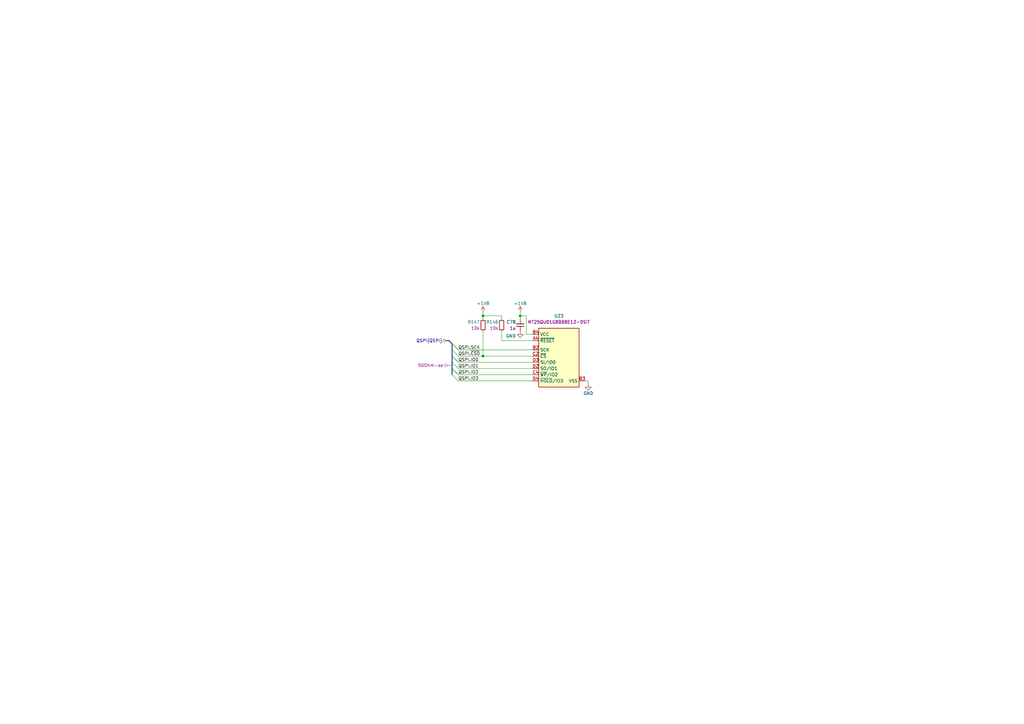
<source format=kicad_sch>
(kicad_sch (version 20250114) (generator "eeschema") (generator_version "9.0")
  (paper "A3")
  (title_block (title "BMC Reference Carrier Board") (date "2025-08-14") (rev "1.0.0"))
  (lib_symbols
    (symbol "antmicroCapacitors0402:C_1u_0402" (pin_numbers (hide yes)) (pin_names (hide yes))
      (property "Reference" "C" (at 20.32 -5.08 0))
      (property "Val" "1u" (at 20.32 -7.62 0))
      (symbol "C_1u_0402_0_1"
        (polyline (pts (xy 2.032 -1.524) (xy 2.032 1.524)) (stroke (width 0.3048)))
        (polyline (pts (xy 3.048 -1.524) (xy 3.048 1.524)) (stroke (width 0.3302)))
      )
      (symbol "C_1u_0402_1_1"
        (pin passive line (at 0 0 0) (length 2.032) (name "~") (number "1"))
        (pin passive line (at 5.08 0 180) (length 2.032) (name "~") (number "2"))
      )
    )
    (symbol "antmicroMemory:MT25QU01GBBB8_T-PBGA-24"
      (property "Reference" "U" (at 35.56 -2.54 0))
      (property "MPN" "MT25QU01GBBB8E12-0SIT" (at 35.56 -5.08 0))
      (symbol "MT25QU01GBBB8_T-PBGA-24_1_0"
        (pin no_connect line (at 19.05 -8.89 180) (length 2.54) (hide yes) (name "RFU") (number "A3"))
        (pin no_connect line (at 19.05 -8.89 180) (length 2.54) (hide yes) (name "RFU") (number "A5"))
        (pin no_connect line (at 19.05 -8.89 180) (length 2.54) (hide yes) (name "RFU") (number "B1"))
        (pin no_connect line (at 19.05 -8.89 180) (length 2.54) (hide yes) (name "RFU") (number "B5"))
        (pin no_connect line (at 19.05 -8.89 180) (length 2.54) (hide yes) (name "RFU") (number "C1"))
        (pin no_connect line (at 19.05 -8.89 180) (length 2.54) (hide yes) (name "RFU") (number "C3"))
        (pin no_connect line (at 19.05 -8.89 180) (length 2.54) (hide yes) (name "RFU") (number "C5"))
        (pin no_connect line (at 19.05 -8.89 180) (length 2.54) (hide yes) (name "RFU") (number "D1"))
        (pin no_connect line (at 19.05 -8.89 180) (length 2.54) (hide yes) (name "RFU") (number "D5"))
        (pin no_connect line (at 19.05 -8.89 180) (length 2.54) (hide yes) (name "RFU") (number "E1"))
        (pin no_connect line (at 19.05 -8.89 180) (length 2.54) (hide yes) (name "RFU") (number "E2"))
        (pin no_connect line (at 19.05 -8.89 180) (length 2.54) (hide yes) (name "RFU") (number "E3"))
        (pin no_connect line (at 19.05 -8.89 180) (length 2.54) (hide yes) (name "RFU") (number "E4"))
        (pin no_connect line (at 19.05 -8.89 180) (length 2.54) (hide yes) (name "RFU") (number "E5"))
        (pin no_connect line (at 19.05 -11.43 180) (length 2.54) (hide yes) (name "NC") (number "A2"))
      )
      (symbol "MT25QU01GBBB8_T-PBGA-24_1_1"
        (rectangle (start 2.54 2.54) (end 19.05 -21.59) (stroke (width 0.254)) (fill (type background)))
        (pin power_in line (at 0 0 0) (length 2.54) (name "VCC") (number "B4"))
        (pin bidirectional line (at 0 -2.54 0) (length 2.54) (name "~{RESET}") (number "A4"))
        (pin input line (at 0 -6.35 0) (length 2.54) (name "SCK") (number "B2"))
        (pin input line (at 0 -8.89 0) (length 2.54) (name "~{CS}") (number "C2"))
        (pin bidirectional line (at 0 -11.43 0) (length 2.54) (name "SI/IO0") (number "D3"))
        (pin bidirectional line (at 0 -13.97 0) (length 2.54) (name "SO/IO1") (number "D2"))
        (pin bidirectional line (at 0 -16.51 0) (length 2.54) (name "~{WP}/IO2") (number "C4"))
        (pin bidirectional line (at 0 -19.05 0) (length 2.54) (name "~{HOLD}/IO3") (number "D4"))
        (pin power_in line (at 21.59 -19.05 180) (length 2.54) (name "VSS") (number "B3"))
      )
    )
    (symbol "antmicroResistors0402:R_10k_0402" (pin_numbers (hide yes)) (pin_names (hide yes))
      (property "Reference" "R" (at 20.32 -5.08 0))
      (property "Val" "10k" (at 20.32 -7.62 0))
      (symbol "R_10k_0402_0_1"
        (rectangle (start 0.635 0.889) (end 4.445 -0.889) (stroke (width 0.254)))
      )
      (symbol "R_10k_0402_1_1"
        (pin passive line (at 0 0 0) (length 0.635) (name "~") (number "1"))
        (pin passive line (at 5.08 0 180) (length 0.635) (name "~") (number "2"))
      )
    )
    (symbol "antmicropower:+1V8" (power) (pin_numbers (hide yes)) (pin_names (hide yes))
      (property "Value" "+1V8" (at -3.175 2.54 0))
      (symbol "+1V8_1_1"
        (polyline (pts (xy -0.762 1.27) (xy 0 2.54)) (fill (type background)))
        (polyline (pts (xy 0 2.54) (xy 0.762 1.27)) (fill (type background)))
        (polyline (pts (xy 0 0) (xy 0 2.54)) (fill (type background)))
        (pin power_in line (at 0 0 90) (length 0) (hide yes) (name "+1V8") (number "1"))
      )
    )
    (symbol "antmicropower:GND" (power) (pin_numbers (hide yes)) (pin_names (hide yes))
      (property "Value" "GND" (at 8.89 -5.08 0))
      (symbol "GND_1_1"
        (polyline (pts (xy 0 0) (xy 0 -1.27) (xy 1.27 -1.27) (xy 0 -2.54) (xy -1.27 -1.27) (xy 0 -1.27)))
        (pin power_in line (at 0 0 270) (length 0) (name "GND") (number "1"))
      )
    )
  )
  (junction (at 198.12 146.05))
  (junction (at 213.36 129.54))
  (junction (at 198.12 129.54))
  (bus_entry (at 185.42 151.13) (size 2.54 2.54))
  (bus_entry (at 185.42 151.13) (size 2.54 2.54))
  (bus_entry (at 185.42 146.05) (size 2.54 2.54))
  (bus_entry (at 185.42 153.67) (size 2.54 2.54))
  (bus_entry (at 185.42 143.51) (size 2.54 2.54))
  (bus_entry (at 185.42 140.97) (size 2.54 2.54))
  (bus_entry (at 185.42 146.05) (size 2.54 2.54))
  (bus_entry (at 185.42 148.59) (size 2.54 2.54))
  (bus_entry (at 185.42 140.97) (size 2.54 2.54))
  (wire (pts (xy 241.3 157.48) (xy 241.3 156.21)))
  (wire (pts (xy 198.12 129.54) (xy 198.12 130.81)))
  (bus (pts (xy 185.42 143.51) (xy 185.42 146.05)))
  (wire (pts (xy 198.12 146.05) (xy 218.44 146.05)))
  (bus (pts (xy 185.42 146.05) (xy 185.42 148.59)))
  (bus (pts (xy 185.42 151.13) (xy 185.42 153.67)))
  (wire (pts (xy 205.74 139.7) (xy 205.74 135.89)))
  (wire (pts (xy 218.44 143.51) (xy 187.96 143.51)))
  (wire (pts (xy 218.44 156.21) (xy 187.96 156.21)))
  (wire (pts (xy 241.3 156.21) (xy 240.03 156.21)))
  (wire (pts (xy 215.9 137.16) (xy 215.9 129.54)))
  (wire (pts (xy 198.12 128.27) (xy 198.12 129.54)))
  (wire (pts (xy 205.74 129.54) (xy 205.74 130.81)))
  (wire (pts (xy 213.36 129.54) (xy 213.36 130.81)))
  (wire (pts (xy 198.12 146.05) (xy 187.96 146.05)))
  (wire (pts (xy 218.44 153.67) (xy 187.96 153.67)))
  (wire (pts (xy 198.12 129.54) (xy 205.74 129.54)))
  (wire (pts (xy 218.44 151.13) (xy 187.96 151.13)))
  (wire (pts (xy 213.36 128.27) (xy 213.36 129.54)))
  (wire (pts (xy 218.44 137.16) (xy 215.9 137.16)))
  (bus (pts (xy 185.42 140.97) (xy 185.42 143.51)))
  (bus (pts (xy 182.88 139.7) (xy 184.15 139.7)))
  (wire (pts (xy 215.9 129.54) (xy 213.36 129.54)))
  (bus (pts (xy 185.42 140.97) (xy 184.15 139.7)))
  (wire (pts (xy 218.44 148.59) (xy 187.96 148.59)))
  (bus (pts (xy 185.42 148.59) (xy 185.42 151.13)))
  (wire (pts (xy 198.12 135.89) (xy 198.12 146.05)))
  (wire (pts (xy 218.44 139.7) (xy 205.74 139.7)))
  (label "QSPI.IO3" (at 187.96 156.21 0))
  (label "QSPI.IO0" (at 187.96 148.59 0))
  (label "QSPI.IO2" (at 187.96 153.67 0))
  (label "QSPI.IO1" (at 187.96 151.13 0))
  (label "QSPI.SCK" (at 187.96 143.51 0))
  (label "QSPI.~{CS0}" (at 187.96 146.05 0))
  (hierarchical_label "QSPI{QSPI}" (shape bidirectional) (at 182.88 139.7 180))
  (netclass_flag "" (length 2.54) (shape round) (at 185.42 149.86 90) (property "Netclass" "50Ohm-se" (at 181.864 149.86 0) (effects (justify right))))
  (symbol (lib_id "antmicropower:GND") (at 213.36 135.89 0) (mirror y) (unit 1)
    (property "Reference" "#PWR0140" (effects (hide yes)))
    (property "Value" "GND" (at 209.55 137.795 0))
    (property "Author" "Antmicro" (effects (hide yes)))
    (property "License" "Apache-2.0" (effects (hide yes)))
  )
  (symbol (lib_id "antmicropower:+1V8") (at 213.36 128.27 0) (mirror y) (unit 1)
    (property "Reference" "#PWR0139" (effects (hide yes)))
    (property "Value" "+1V8" (at 213.36 124.46 0))
    (property "Author" "Antmicro" (effects (hide yes)))
    (property "License" "Apache-2.0" (effects (hide yes)))
  )
  (symbol (lib_id "antmicroResistors0402:R_10k_0402") (at 205.74 135.89 270) (mirror x) (unit 1)
    (property "Reference" "R146" (at 204.47 132.08 90) (effects (justify right)))
    (property "Value" "R_10k_0402" (effects (hide yes)))
    (property "Footprint" "antmicro-footprints:R_0402_1005Metric" (effects (hide yes)))
    (property "Datasheet" "https://www.bourns.com/docs/product-datasheets/cr.pdf" (effects (hide yes)))
    (property "Description" "SMD Chip Resistor, 10 kohm, ± 1%, 62.5 mW, 0402 [1005 Metric], Thick Film, General Purpose" (effects (hide yes)))
    (property "MPN" "CR0402-FX-1002GLF" (effects (hide yes)))
    (property "Manufacturer" "Bourns" (effects (hide yes)))
    (property "License" "Apache-2.0" (effects (hide yes)))
    (property "Author" "Antmicro" (effects (hide yes)))
    (property "Val" "10k" (at 204.47 134.62 90) (effects (justify right)))
    (property "Tolerance" "1%" (effects (hide yes)))
  )
  (symbol (lib_id "antmicropower:+1V8") (at 198.12 128.27 0) (mirror y) (unit 1)
    (property "Reference" "#PWR0141" (effects (hide yes)))
    (property "Value" "+1V8" (at 198.12 124.46 0))
    (property "Author" "Antmicro" (effects (hide yes)))
    (property "License" "Apache-2.0" (effects (hide yes)))
  )
  (symbol (lib_id "antmicropower:GND") (at 241.3 157.48 0) (mirror y) (unit 1)
    (property "Reference" "#PWR0138" (effects (hide yes)))
    (property "Value" "GND" (at 241.3 161.29 0))
    (property "Author" "Antmicro" (effects (hide yes)))
    (property "License" "Apache-2.0" (effects (hide yes)))
  )
  (symbol (lib_id "antmicroMemory:MT25QU01GBBB8_T-PBGA-24") (at 218.44 137.16 0) (unit 1)
    (property "Reference" "U23" (at 229.235 129.54 0))
    (property "Value" "MT25QU01GBBB8_T-PBGA-24" (effects (hide yes)))
    (property "Footprint" "antmicro-footprints:BGA-25-24_6x8mm_Layout5x5_P1x1mm" (effects (hide yes)))
    (property "Datasheet" "https://eu.mouser.com/datasheet/2/671/mict_s_a0004996076_1-2290890.pdf" (effects (hide yes)))
    (property "Description" "NOR Flash SPI FLASH NOR SLC 256MX4 SOIC DDP" (effects (hide yes)))
    (property "MPN" "MT25QU01GBBB8E12-0SIT" (at 229.235 132.08 0))
    (property "Manufacturer" "Micron Technology" (effects (hide yes)))
    (property "Author" "Antmicro" (effects (hide yes)))
    (property "License" "Apache-2.0" (effects (hide yes)))
  )
  (symbol (lib_id "antmicroResistors0402:R_10k_0402") (at 198.12 135.89 270) (mirror x) (unit 1)
    (property "Reference" "R147" (at 196.85 132.08 90) (effects (justify right)))
    (property "Value" "R_10k_0402" (effects (hide yes)))
    (property "Footprint" "antmicro-footprints:R_0402_1005Metric" (effects (hide yes)))
    (property "Datasheet" "https://www.bourns.com/docs/product-datasheets/cr.pdf" (effects (hide yes)))
    (property "Description" "SMD Chip Resistor, 10 kohm, ± 1%, 62.5 mW, 0402 [1005 Metric], Thick Film, General Purpose" (effects (hide yes)))
    (property "MPN" "CR0402-FX-1002GLF" (effects (hide yes)))
    (property "Manufacturer" "Bourns" (effects (hide yes)))
    (property "License" "Apache-2.0" (effects (hide yes)))
    (property "Author" "Antmicro" (effects (hide yes)))
    (property "Val" "10k" (at 196.85 134.62 90) (effects (justify right)))
    (property "Tolerance" "1%" (effects (hide yes)))
  )
  (symbol (lib_id "antmicroCapacitors0402:C_1u_0402") (at 213.36 135.89 270) (mirror x) (unit 1)
    (property "Reference" "C78" (at 211.582 132.08 90) (effects (justify right)))
    (property "Value" "C_1u_0402" (effects (hide yes)))
    (property "Footprint" "antmicro-footprints:C_0402_1005Metric" (effects (hide yes)))
    (property "Datasheet" "https://product.tdk.com/en/search/capacitor/ceramic/mlcc/info?part_no=C1005X6S1A105K050BC" (effects (hide yes)))
    (property "Description" "SMD Multilayer Ceramic Capacitor, 1 µF, 10 V, 0402 [1005 Metric], ± 10%, X6S, C" (effects (hide yes)))
    (property "MPN" "C1005X6S1A105K050BC" (effects (hide yes)))
    (property "Manufacturer" "TDK" (effects (hide yes)))
    (property "License" "Apache-2.0" (effects (hide yes)))
    (property "Author" "Antmicro" (effects (hide yes)))
    (property "Val" "1u" (at 211.582 134.62 90) (effects (justify right)))
    (property "Voltage" "16V" (effects (hide yes)))
    (property "Dielectric" "X5R" (effects (hide yes)))
    (property "Public" "False" (effects (hide yes)))
  )
)
</source>
